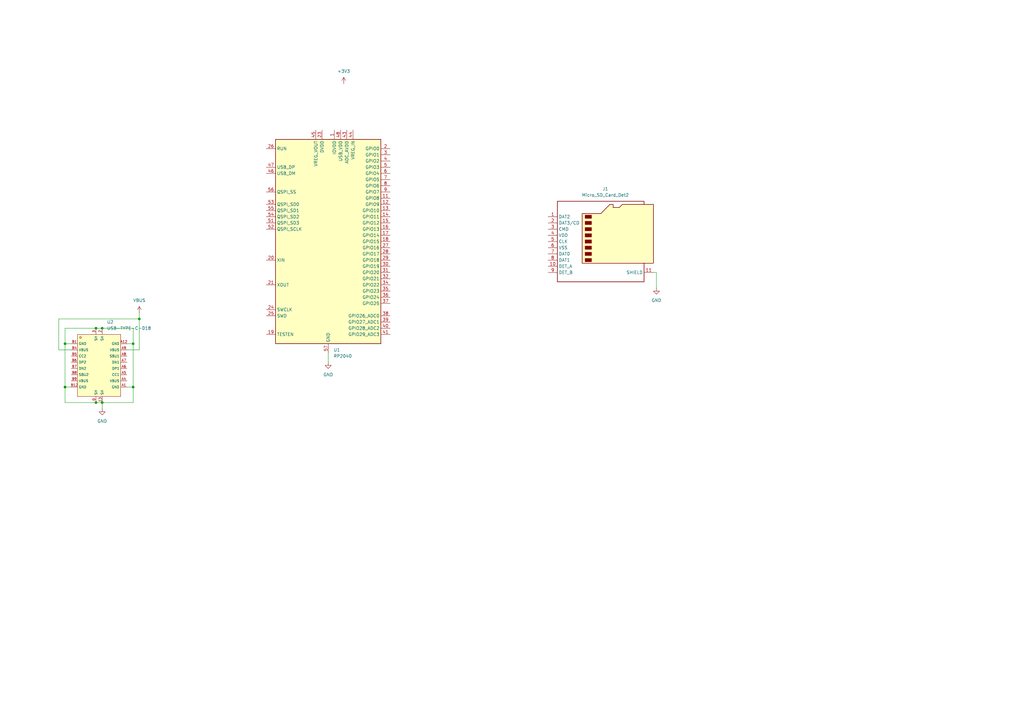
<source format=kicad_sch>
(kicad_sch (version 20250114) (generator "eeschema") (generator_version "9.0")
  (paper "A3")
  (lib_symbols
    (symbol "Connector:Micro_SD_Card_Det2"
      (property "Reference" "J" (at -16.51 17.78 0))
      (property "Value" "Micro_SD_Card_Det2" (at 16.51 17.78 0))
      (symbol "Micro_SD_Card_Det2_0_1"
        (polyline (pts (xy -8.89 -8.89) (xy -8.89 11.43) (xy -1.27 11.43) (xy 2.54 15.24) (xy 3.81 15.24) (xy 3.81 13.97) (xy 6.35 13.97) (xy 7.62 15.24) (xy 20.32 15.24) (xy 20.32 -8.89) (xy -8.89 -8.89)) (stroke (width 0.254)) (fill (type background)))
        (rectangle (start -7.62 10.795) (end -5.08 9.525) (stroke (width 0.254)) (fill (type outline)))
        (rectangle (start -7.62 8.255) (end -5.08 6.985) (stroke (width 0.254)) (fill (type outline)))
        (rectangle (start -7.62 5.715) (end -5.08 4.445) (stroke (width 0.254)) (fill (type outline)))
        (rectangle (start -7.62 3.175) (end -5.08 1.905) (stroke (width 0.254)) (fill (type outline)))
        (rectangle (start -7.62 0.635) (end -5.08 -0.635) (stroke (width 0.254)) (fill (type outline)))
        (rectangle (start -7.62 -1.905) (end -5.08 -3.175) (stroke (width 0.254)) (fill (type outline)))
        (rectangle (start -7.62 -4.445) (end -5.08 -5.715) (stroke (width 0.254)) (fill (type outline)))
        (rectangle (start -7.62 -6.985) (end -5.08 -8.255) (stroke (width 0.254)) (fill (type outline)))
        (polyline (pts (xy 16.51 15.24) (xy 16.51 16.51) (xy -19.05 16.51) (xy -19.05 -16.51) (xy 16.51 -16.51) (xy 16.51 -8.89)) (stroke (width 0.254)))
      )
      (symbol "Micro_SD_Card_Det2_1_1"
        (pin bidirectional line (at -22.86 10.16 0) (length 3.81) (name "DAT2") (number "1"))
        (pin bidirectional line (at -22.86 7.62 0) (length 3.81) (name "DAT3/CD") (number "2"))
        (pin input line (at -22.86 5.08 0) (length 3.81) (name "CMD") (number "3"))
        (pin power_in line (at -22.86 2.54 0) (length 3.81) (name "VDD") (number "4"))
        (pin input line (at -22.86 0 0) (length 3.81) (name "CLK") (number "5"))
        (pin power_in line (at -22.86 -2.54 0) (length 3.81) (name "VSS") (number "6"))
        (pin bidirectional line (at -22.86 -5.08 0) (length 3.81) (name "DAT0") (number "7"))
        (pin bidirectional line (at -22.86 -7.62 0) (length 3.81) (name "DAT1") (number "8"))
        (pin passive line (at -22.86 -10.16 0) (length 3.81) (name "DET_A") (number "10"))
        (pin passive line (at -22.86 -12.7 0) (length 3.81) (name "DET_B") (number "9"))
        (pin passive line (at 20.32 -12.7 180) (length 3.81) (name "SHIELD") (number "11"))
      )
    )
    (symbol "MCU_RaspberryPi:RP2040"
      (property "Reference" "U" (at 17.78 45.72 0))
      (property "Value" "RP2040" (at 17.78 43.18 0))
      (symbol "RP2040_0_1"
        (rectangle (start -21.59 41.91) (end 21.59 -41.91) (stroke (width 0.254)) (fill (type background)))
      )
      (symbol "RP2040_1_1"
        (pin input line (at -25.4 38.1 0) (length 3.81) (name "RUN") (number "26"))
        (pin bidirectional line (at -25.4 30.48 0) (length 3.81) (name "USB_DP") (number "47"))
        (pin bidirectional line (at -25.4 27.94 0) (length 3.81) (name "USB_DM") (number "46"))
        (pin bidirectional line (at -25.4 20.32 0) (length 3.81) (name "QSPI_SS") (number "56"))
        (pin bidirectional line (at -25.4 15.24 0) (length 3.81) (name "QSPI_SD0") (number "53"))
        (pin bidirectional line (at -25.4 12.7 0) (length 3.81) (name "QSPI_SD1") (number "55"))
        (pin bidirectional line (at -25.4 10.16 0) (length 3.81) (name "QSPI_SD2") (number "54"))
        (pin bidirectional line (at -25.4 7.62 0) (length 3.81) (name "QSPI_SD3") (number "51"))
        (pin output line (at -25.4 5.08 0) (length 3.81) (name "QSPI_SCLK") (number "52"))
        (pin input line (at -25.4 -7.62 0) (length 3.81) (name "XIN") (number "20"))
        (pin passive line (at -25.4 -17.78 0) (length 3.81) (name "XOUT") (number "21"))
        (pin input line (at -25.4 -27.94 0) (length 3.81) (name "SWCLK") (number "24"))
        (pin bidirectional line (at -25.4 -30.48 0) (length 3.81) (name "SWD") (number "25"))
        (pin input line (at -25.4 -38.1 0) (length 3.81) (name "TESTEN") (number "19"))
        (pin power_out line (at -5.08 45.72 270) (length 3.81) (name "VREG_VOUT") (number "45"))
        (pin power_in line (at -2.54 45.72 270) (length 3.81) (name "DVDD") (number "23"))
        (pin passive line (at -2.54 45.72 270) (length 3.81) (hide yes) (name "DVDD") (number "50"))
        (pin power_in line (at 0 -45.72 90) (length 3.81) (name "GND") (number "57"))
        (pin power_in line (at 2.54 45.72 270) (length 3.81) (name "IOVDD") (number "1"))
        (pin passive line (at 2.54 45.72 270) (length 3.81) (hide yes) (name "IOVDD") (number "10"))
        (pin passive line (at 2.54 45.72 270) (length 3.81) (hide yes) (name "IOVDD") (number "22"))
        (pin passive line (at 2.54 45.72 270) (length 3.81) (hide yes) (name "IOVDD") (number "33"))
        (pin passive line (at 2.54 45.72 270) (length 3.81) (hide yes) (name "IOVDD") (number "42"))
        (pin passive line (at 2.54 45.72 270) (length 3.81) (hide yes) (name "IOVDD") (number "49"))
        (pin power_in line (at 5.08 45.72 270) (length 3.81) (name "USB_VDD") (number "48"))
        (pin power_in line (at 7.62 45.72 270) (length 3.81) (name "ADC_AVDD") (number "43"))
        (pin power_in line (at 10.16 45.72 270) (length 3.81) (name "VREG_IN") (number "44"))
        (pin bidirectional line (at 25.4 38.1 180) (length 3.81) (name "GPIO0") (number "2"))
        (pin bidirectional line (at 25.4 35.56 180) (length 3.81) (name "GPIO1") (number "3"))
        (pin bidirectional line (at 25.4 33.02 180) (length 3.81) (name "GPIO2") (number "4"))
        (pin bidirectional line (at 25.4 30.48 180) (length 3.81) (name "GPIO3") (number "5"))
        (pin bidirectional line (at 25.4 27.94 180) (length 3.81) (name "GPIO4") (number "6"))
        (pin bidirectional line (at 25.4 25.4 180) (length 3.81) (name "GPIO5") (number "7"))
        (pin bidirectional line (at 25.4 22.86 180) (length 3.81) (name "GPIO6") (number "8"))
        (pin bidirectional line (at 25.4 20.32 180) (length 3.81) (name "GPIO7") (number "9"))
        (pin bidirectional line (at 25.4 17.78 180) (length 3.81) (name "GPIO8") (number "11"))
        (pin bidirectional line (at 25.4 15.24 180) (length 3.81) (name "GPIO9") (number "12"))
        (pin bidirectional line (at 25.4 12.7 180) (length 3.81) (name "GPIO10") (number "13"))
        (pin bidirectional line (at 25.4 10.16 180) (length 3.81) (name "GPIO11") (number "14"))
        (pin bidirectional line (at 25.4 7.62 180) (length 3.81) (name "GPIO12") (number "15"))
        (pin bidirectional line (at 25.4 5.08 180) (length 3.81) (name "GPIO13") (number "16"))
        (pin bidirectional line (at 25.4 2.54 180) (length 3.81) (name "GPIO14") (number "17"))
        (pin bidirectional line (at 25.4 0 180) (length 3.81) (name "GPIO15") (number "18"))
        (pin bidirectional line (at 25.4 -2.54 180) (length 3.81) (name "GPIO16") (number "27"))
        (pin bidirectional line (at 25.4 -5.08 180) (length 3.81) (name "GPIO17") (number "28"))
        (pin bidirectional line (at 25.4 -7.62 180) (length 3.81) (name "GPIO18") (number "29"))
        (pin bidirectional line (at 25.4 -10.16 180) (length 3.81) (name "GPIO19") (number "30"))
        (pin bidirectional line (at 25.4 -12.7 180) (length 3.81) (name "GPIO20") (number "31"))
        (pin bidirectional line (at 25.4 -15.24 180) (length 3.81) (name "GPIO21") (number "32"))
        (pin bidirectional line (at 25.4 -17.78 180) (length 3.81) (name "GPIO22") (number "34"))
        (pin bidirectional line (at 25.4 -20.32 180) (length 3.81) (name "GPIO23") (number "35"))
        (pin bidirectional line (at 25.4 -22.86 180) (length 3.81) (name "GPIO24") (number "36"))
        (pin bidirectional line (at 25.4 -25.4 180) (length 3.81) (name "GPIO25") (number "37"))
        (pin bidirectional line (at 25.4 -30.48 180) (length 3.81) (name "GPIO26_ADC0") (number "38"))
        (pin bidirectional line (at 25.4 -33.02 180) (length 3.81) (name "GPIO27_ADC1") (number "39"))
        (pin bidirectional line (at 25.4 -35.56 180) (length 3.81) (name "GPIO28_ADC2") (number "40"))
        (pin bidirectional line (at 25.4 -38.1 180) (length 3.81) (name "GPIO29_ADC3") (number "41"))
      )
    )
    (symbol "USB-TYPE-C-018:USB-TYPE-C-018"
      (property "Reference" "U" (at 0 1.27 0))
      (property "Value" "USB-TYPE-C-018" (at 0 -2.54 0))
      (symbol "USB-TYPE-C-018_0_1"
        (rectangle (start -8.89 12.7) (end 8.89 -12.7) (fill (type background)))
        (circle (center -7.62 11.43) (radius 0.381) (fill (type background)))
        (pin unspecified line (at -11.43 8.89 0) (length 2.54) (name "GND") (number "B1"))
        (pin unspecified line (at -11.43 6.35 0) (length 2.54) (name "VBUS") (number "B4"))
        (pin unspecified line (at -11.43 3.81 0) (length 2.54) (name "CC2") (number "B5"))
        (pin unspecified line (at -11.43 1.27 0) (length 2.54) (name "DP2") (number "B6"))
        (pin unspecified line (at -11.43 -1.27 0) (length 2.54) (name "DN2") (number "B7"))
        (pin unspecified line (at -11.43 -3.81 0) (length 2.54) (name "SBU2") (number "B8"))
        (pin unspecified line (at -11.43 -6.35 0) (length 2.54) (name "VBUS") (number "B9"))
        (pin unspecified line (at -11.43 -8.89 0) (length 2.54) (name "GND") (number "B12"))
        (pin unspecified line (at -1.27 15.24 270) (length 2.54) (name "SH") (number "3"))
        (pin unspecified line (at -1.27 -15.24 90) (length 2.54) (name "SH") (number "0"))
        (pin unspecified line (at 1.27 15.24 270) (length 2.54) (name "SH") (number "2"))
        (pin unspecified line (at 1.27 -15.24 90) (length 2.54) (name "SH") (number "13"))
        (pin unspecified line (at 11.43 8.89 180) (length 2.54) (name "GND") (number "A12"))
        (pin unspecified line (at 11.43 6.35 180) (length 2.54) (name "VBUS") (number "A9"))
        (pin unspecified line (at 11.43 3.81 180) (length 2.54) (name "SBU1") (number "A8"))
        (pin unspecified line (at 11.43 1.27 180) (length 2.54) (name "DN1") (number "A7"))
        (pin unspecified line (at 11.43 -1.27 180) (length 2.54) (name "DP1") (number "A6"))
        (pin unspecified line (at 11.43 -3.81 180) (length 2.54) (name "CC1") (number "A5"))
        (pin unspecified line (at 11.43 -6.35 180) (length 2.54) (name "VBUS") (number "A4"))
        (pin unspecified line (at 11.43 -8.89 180) (length 2.54) (name "GND") (number "A1"))
      )
    )
    (symbol "power:+3V3" (power) (pin_numbers (hide yes)) (pin_names (offset 0) (hide yes))
      (property "Value" "+3V3" (at 0 3.556 0))
      (symbol "+3V3_0_1"
        (polyline (pts (xy -0.762 1.27) (xy 0 2.54)))
        (polyline (pts (xy 0 2.54) (xy 0.762 1.27)))
        (polyline (pts (xy 0 0) (xy 0 2.54)))
      )
      (symbol "+3V3_1_1"
        (pin power_in line (at 0 0 90) (length 0) (name "~") (number "1"))
      )
    )
    (symbol "power:GND" (power) (pin_numbers (hide yes)) (pin_names (offset 0) (hide yes))
      (property "Value" "GND" (at 0 -3.81 0))
      (symbol "GND_0_1"
        (polyline (pts (xy 0 0) (xy 0 -1.27) (xy 1.27 -1.27) (xy 0 -2.54) (xy -1.27 -1.27) (xy 0 -1.27)))
      )
      (symbol "GND_1_1"
        (pin power_in line (at 0 0 270) (length 0) (name "~") (number "1"))
      )
    )
    (symbol "power:VBUS" (power) (pin_numbers (hide yes)) (pin_names (offset 0) (hide yes))
      (property "Value" "VBUS" (at 0 3.556 0))
      (symbol "VBUS_0_1"
        (polyline (pts (xy -0.762 1.27) (xy 0 2.54)))
        (polyline (pts (xy 0 2.54) (xy 0.762 1.27)))
        (polyline (pts (xy 0 0) (xy 0 2.54)))
      )
      (symbol "VBUS_1_1"
        (pin power_in line (at 0 0 90) (length 0) (name "~") (number "1"))
      )
    )
  )
  (junction (at 41.91 165.1))
  (junction (at 39.37 134.62))
  (junction (at 57.15 130.81))
  (junction (at 54.61 140.97))
  (junction (at 26.67 158.75))
  (junction (at 26.67 140.97))
  (junction (at 39.37 165.1))
  (junction (at 41.91 134.62))
  (junction (at 54.61 158.75))
  (wire (pts (xy 54.61 140.97) (xy 54.61 134.62)))
  (wire (pts (xy 26.67 158.75) (xy 29.21 158.75)))
  (wire (pts (xy 54.61 165.1) (xy 54.61 158.75)))
  (wire (pts (xy 39.37 165.1) (xy 41.91 165.1)))
  (wire (pts (xy 54.61 158.75) (xy 52.07 158.75)))
  (wire (pts (xy 26.67 165.1) (xy 26.67 158.75)))
  (wire (pts (xy 134.62 144.78) (xy 134.62 148.59)))
  (wire (pts (xy 41.91 165.1) (xy 41.91 167.64)))
  (wire (pts (xy 26.67 158.75) (xy 26.67 140.97)))
  (wire (pts (xy 41.91 165.1) (xy 54.61 165.1)))
  (wire (pts (xy 39.37 165.1) (xy 26.67 165.1)))
  (wire (pts (xy 269.24 111.76) (xy 269.24 118.11)))
  (wire (pts (xy 24.13 143.51) (xy 29.21 143.51)))
  (wire (pts (xy 26.67 140.97) (xy 26.67 134.62)))
  (wire (pts (xy 57.15 128.27) (xy 57.15 130.81)))
  (wire (pts (xy 54.61 134.62) (xy 41.91 134.62)))
  (wire (pts (xy 26.67 140.97) (xy 29.21 140.97)))
  (wire (pts (xy 26.67 134.62) (xy 39.37 134.62)))
  (wire (pts (xy 54.61 158.75) (xy 54.61 140.97)))
  (wire (pts (xy 52.07 143.51) (xy 57.15 143.51)))
  (wire (pts (xy 24.13 130.81) (xy 24.13 143.51)))
  (wire (pts (xy 57.15 130.81) (xy 24.13 130.81)))
  (wire (pts (xy 267.97 111.76) (xy 269.24 111.76)))
  (wire (pts (xy 57.15 130.81) (xy 57.15 143.51)))
  (wire (pts (xy 54.61 140.97) (xy 52.07 140.97)))
  (wire (pts (xy 39.37 134.62) (xy 41.91 134.62)))
  (symbol (lib_id "power:GND") (at 134.62 148.59 0) (unit 1)
    (property "Reference" "#PWR01" (effects (hide yes)))
    (property "Value" "GND" (at 134.62 153.67 0))
    (property "Description" "Power symbol creates a global label with name \"GND\" , ground" (effects (hide yes)))
  )
  (symbol (lib_id "MCU_RaspberryPi:RP2040") (at 134.62 99.06 0) (unit 1)
    (property "Reference" "U1" (at 136.7633 143.51 0) (effects (justify left)))
    (property "Value" "RP2040" (at 136.7633 146.05 0) (effects (justify left)))
    (property "Footprint" "Package_DFN_QFN:QFN-56-1EP_7x7mm_P0.4mm_EP3.2x3.2mm" (effects (hide yes)))
    (property "Datasheet" "https://datasheets.raspberrypi.com/rp2040/rp2040-datasheet.pdf" (effects (hide yes)))
    (property "Description" "A microcontroller by Raspberry Pi" (effects (hide yes)))
  )
  (symbol (lib_id "USB-TYPE-C-018:USB-TYPE-C-018") (at 40.64 149.86 0) (unit 1)
    (property "Reference" "U2" (at 43.8676 132.08 0) (effects (justify left)))
    (property "Value" "USB-TYPE-C-018" (at 43.8676 134.62 0) (effects (justify left)))
    (property "Footprint" "footprint:USB-C_SMD-TYPE-C-31-M-12" (effects (hide yes)))
    (property "Datasheet" "https://so.szlcsc.com/global.html?c=&k=C165948" (effects (hide yes)))
    (property "LCSC" "C2927038" (effects (hide yes)))
  )
  (symbol (lib_id "power:GND") (at 269.24 118.11 0) (unit 1)
    (property "Reference" "#PWR03" (effects (hide yes)))
    (property "Value" "GND" (at 269.24 123.19 0))
    (property "Description" "Power symbol creates a global label with name \"GND\" , ground" (effects (hide yes)))
  )
  (symbol (lib_id "Connector:Micro_SD_Card_Det2") (at 247.65 99.06 0) (unit 1)
    (property "Reference" "J1" (at 248.285 77.47 0))
    (property "Value" "Micro_SD_Card_Det2" (at 248.285 80.01 0))
    (property "Datasheet" "https://www.hirose.com/en/product/document?clcode=&productname=&series=DM3&documenttype=Catalog&lang=en&documentid=D49662_en" (effects (hide yes)))
    (property "Description" "Micro SD Card Socket with two card detection pins" (effects (hide yes)))
  )
  (symbol (lib_id "power:+3V3") (at 140.97 34.29 0) (unit 1)
    (property "Reference" "#PWR02" (effects (hide yes)))
    (property "Value" "+3V3" (at 140.97 29.21 0))
    (property "Description" "Power symbol creates a global label with name \"+3V3\"" (effects (hide yes)))
  )
  (symbol (lib_id "power:GND") (at 41.91 167.64 0) (unit 1)
    (property "Reference" "#PWR05" (effects (hide yes)))
    (property "Value" "GND" (at 41.91 172.72 0))
    (property "Description" "Power symbol creates a global label with name \"GND\" , ground" (effects (hide yes)))
  )
  (symbol (lib_id "power:VBUS") (at 57.15 128.27 0) (unit 1)
    (property "Reference" "#PWR04" (effects (hide yes)))
    (property "Value" "VBUS" (at 57.15 123.19 0))
    (property "Description" "Power symbol creates a global label with name \"VBUS\"" (effects (hide yes)))
  )
)
</source>
